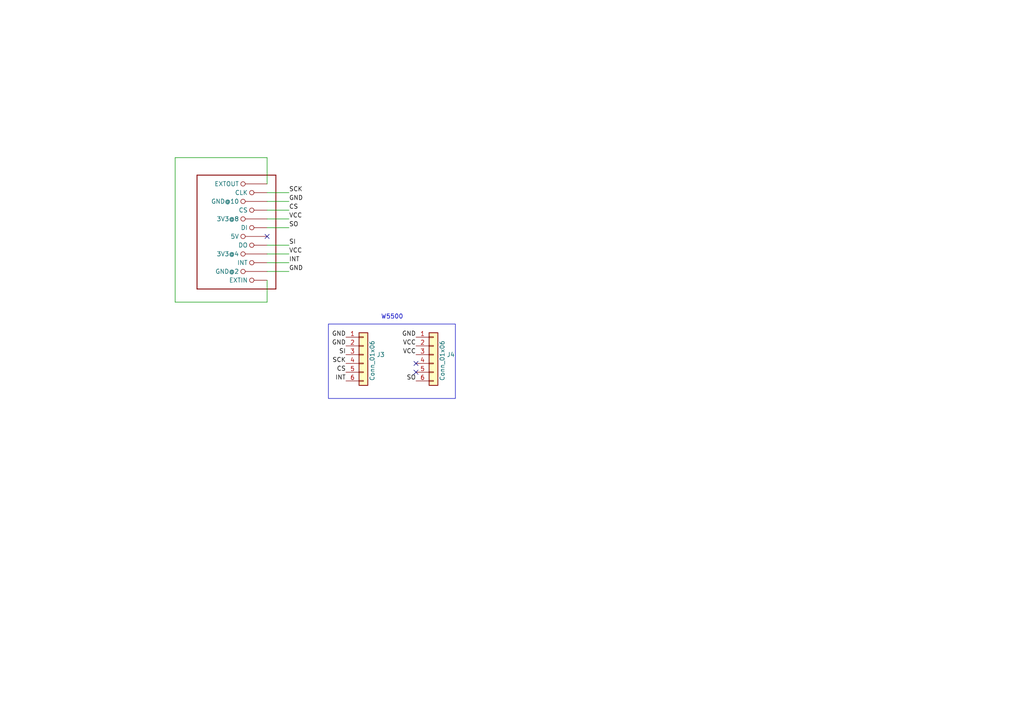
<source format=kicad_sch>
(kicad_sch (version 20230121) (generator eeschema)

  (uuid 4f7946c9-ed15-4264-b9fb-7070e1055cb7)

  (paper "A4")

  (lib_symbols
    (symbol "Connector_Generic:Conn_01x06" (pin_names (offset 1.016) hide) (in_bom yes) (on_board yes)
      (property "Reference" "J" (at 0 7.62 0)
        (effects (font (size 1.27 1.27)))
      )
      (property "Value" "Conn_01x06" (at 0 -10.16 0)
        (effects (font (size 1.27 1.27)))
      )
      (property "Footprint" "" (at 0 0 0)
        (effects (font (size 1.27 1.27)) hide)
      )
      (property "Datasheet" "~" (at 0 0 0)
        (effects (font (size 1.27 1.27)) hide)
      )
      (property "ki_keywords" "connector" (at 0 0 0)
        (effects (font (size 1.27 1.27)) hide)
      )
      (property "ki_description" "Generic connector, single row, 01x06, script generated (kicad-library-utils/schlib/autogen/connector/)" (at 0 0 0)
        (effects (font (size 1.27 1.27)) hide)
      )
      (property "ki_fp_filters" "Connector*:*_1x??_*" (at 0 0 0)
        (effects (font (size 1.27 1.27)) hide)
      )
      (symbol "Conn_01x06_1_1"
        (rectangle (start -1.27 -7.493) (end 0 -7.747)
          (stroke (width 0.1524) (type default))
          (fill (type none))
        )
        (rectangle (start -1.27 -4.953) (end 0 -5.207)
          (stroke (width 0.1524) (type default))
          (fill (type none))
        )
        (rectangle (start -1.27 -2.413) (end 0 -2.667)
          (stroke (width 0.1524) (type default))
          (fill (type none))
        )
        (rectangle (start -1.27 0.127) (end 0 -0.127)
          (stroke (width 0.1524) (type default))
          (fill (type none))
        )
        (rectangle (start -1.27 2.667) (end 0 2.413)
          (stroke (width 0.1524) (type default))
          (fill (type none))
        )
        (rectangle (start -1.27 5.207) (end 0 4.953)
          (stroke (width 0.1524) (type default))
          (fill (type none))
        )
        (rectangle (start -1.27 6.35) (end 1.27 -8.89)
          (stroke (width 0.254) (type default))
          (fill (type background))
        )
        (pin passive line (at -5.08 5.08 0) (length 3.81)
          (name "Pin_1" (effects (font (size 1.27 1.27))))
          (number "1" (effects (font (size 1.27 1.27))))
        )
        (pin passive line (at -5.08 2.54 0) (length 3.81)
          (name "Pin_2" (effects (font (size 1.27 1.27))))
          (number "2" (effects (font (size 1.27 1.27))))
        )
        (pin passive line (at -5.08 0 0) (length 3.81)
          (name "Pin_3" (effects (font (size 1.27 1.27))))
          (number "3" (effects (font (size 1.27 1.27))))
        )
        (pin passive line (at -5.08 -2.54 0) (length 3.81)
          (name "Pin_4" (effects (font (size 1.27 1.27))))
          (number "4" (effects (font (size 1.27 1.27))))
        )
        (pin passive line (at -5.08 -5.08 0) (length 3.81)
          (name "Pin_5" (effects (font (size 1.27 1.27))))
          (number "5" (effects (font (size 1.27 1.27))))
        )
        (pin passive line (at -5.08 -7.62 0) (length 3.81)
          (name "Pin_6" (effects (font (size 1.27 1.27))))
          (number "6" (effects (font (size 1.27 1.27))))
        )
      )
    )
    (symbol "gecko-eagle-import:GC_MEMCARD" (in_bom yes) (on_board yes)
      (property "Reference" "J" (at 0 0 0)
        (effects (font (size 1.27 1.27)) hide)
      )
      (property "Value" "" (at 0 0 0)
        (effects (font (size 1.27 1.27)) hide)
      )
      (property "Footprint" "gecko:GC_MEMCARD" (at 0 0 0)
        (effects (font (size 1.27 1.27)) hide)
      )
      (property "Datasheet" "" (at 0 0 0)
        (effects (font (size 1.27 1.27)) hide)
      )
      (property "ki_locked" "" (at 0 0 0)
        (effects (font (size 1.27 1.27)))
      )
      (symbol "GC_MEMCARD_1_0"
        (polyline
          (pts
            (xy -15.24 -10.16)
            (xy -15.24 12.7)
          )
          (stroke (width 0.254) (type solid))
          (fill (type none))
        )
        (polyline
          (pts
            (xy -15.24 12.7)
            (xy 17.78 12.7)
          )
          (stroke (width 0.254) (type solid))
          (fill (type none))
        )
        (polyline
          (pts
            (xy 17.78 -10.16)
            (xy -15.24 -10.16)
          )
          (stroke (width 0.254) (type solid))
          (fill (type none))
        )
        (polyline
          (pts
            (xy 17.78 12.7)
            (xy 17.78 -10.16)
          )
          (stroke (width 0.254) (type solid))
          (fill (type none))
        )
        (pin bidirectional inverted (at 15.24 10.16 270) (length 5.08)
          (name "EXTIN" (effects (font (size 1.27 1.27))))
          (number "1" (effects (font (size 0 0))))
        )
        (pin bidirectional inverted (at -7.62 10.16 270) (length 7.62)
          (name "GND@10" (effects (font (size 1.27 1.27))))
          (number "10" (effects (font (size 0 0))))
        )
        (pin bidirectional inverted (at -10.16 10.16 270) (length 5.08)
          (name "CLK" (effects (font (size 1.27 1.27))))
          (number "11" (effects (font (size 0 0))))
        )
        (pin bidirectional inverted (at -12.7 10.16 270) (length 7.62)
          (name "EXTOUT" (effects (font (size 1.27 1.27))))
          (number "12" (effects (font (size 0 0))))
        )
        (pin bidirectional inverted (at 12.7 10.16 270) (length 7.62)
          (name "GND@2" (effects (font (size 1.27 1.27))))
          (number "2" (effects (font (size 0 0))))
        )
        (pin bidirectional inverted (at 10.16 10.16 270) (length 5.08)
          (name "INT" (effects (font (size 1.27 1.27))))
          (number "3" (effects (font (size 0 0))))
        )
        (pin bidirectional inverted (at 7.62 10.16 270) (length 7.62)
          (name "3V3@4" (effects (font (size 1.27 1.27))))
          (number "4" (effects (font (size 0 0))))
        )
        (pin bidirectional inverted (at 5.08 10.16 270) (length 5.08)
          (name "DO" (effects (font (size 1.27 1.27))))
          (number "5" (effects (font (size 0 0))))
        )
        (pin bidirectional inverted (at 2.54 10.16 270) (length 7.62)
          (name "5V" (effects (font (size 1.27 1.27))))
          (number "6" (effects (font (size 0 0))))
        )
        (pin bidirectional inverted (at 0 10.16 270) (length 5.08)
          (name "DI" (effects (font (size 1.27 1.27))))
          (number "7" (effects (font (size 0 0))))
        )
        (pin bidirectional inverted (at -2.54 10.16 270) (length 7.62)
          (name "3V3@8" (effects (font (size 1.27 1.27))))
          (number "8" (effects (font (size 0 0))))
        )
        (pin bidirectional inverted (at -5.08 10.16 270) (length 5.08)
          (name "CS" (effects (font (size 1.27 1.27))))
          (number "9" (effects (font (size 0 0))))
        )
      )
    )
  )


  (no_connect (at 77.47 68.58) (uuid 1583fcaf-86c4-47fe-9c4d-626402cc98ef))
  (no_connect (at 120.65 105.41) (uuid 7abefb15-da13-4ed2-8ada-f337a0c3757e))
  (no_connect (at 120.65 107.95) (uuid efe1a36b-5504-4aa8-b1b1-39f5d809e3de))

  (wire (pts (xy 50.8 87.63) (xy 77.47 87.63))
    (stroke (width 0) (type default))
    (uuid 1391b959-b3e6-4ea0-abf5-bc2485ee9441)
  )
  (wire (pts (xy 83.82 78.74) (xy 77.47 78.74))
    (stroke (width 0) (type default))
    (uuid 1a9d3c63-8168-4018-b9e0-a7ef9af85f03)
  )
  (wire (pts (xy 83.82 71.12) (xy 77.47 71.12))
    (stroke (width 0) (type default))
    (uuid 26267cb8-a480-478b-be9d-970b8c1fa681)
  )
  (wire (pts (xy 83.82 73.66) (xy 77.47 73.66))
    (stroke (width 0) (type default))
    (uuid 583e3d4b-b5ce-4c87-bdd0-8bcaede0a573)
  )
  (wire (pts (xy 77.47 53.34) (xy 77.47 45.72))
    (stroke (width 0) (type default))
    (uuid 61e12905-e6c0-4711-8214-e85bf4d89650)
  )
  (wire (pts (xy 83.82 58.42) (xy 77.47 58.42))
    (stroke (width 0) (type default))
    (uuid 743e348f-08a1-4b85-8bf6-2a055434b864)
  )
  (wire (pts (xy 83.82 76.2) (xy 77.47 76.2))
    (stroke (width 0) (type default))
    (uuid 76600439-e574-4622-af81-029ffc6d17f6)
  )
  (wire (pts (xy 83.82 60.96) (xy 77.47 60.96))
    (stroke (width 0) (type default))
    (uuid 79ebee26-cefc-4a51-b6ac-438d747ca431)
  )
  (wire (pts (xy 77.47 87.63) (xy 77.47 81.28))
    (stroke (width 0) (type default))
    (uuid 80f1cb8a-36f5-4856-915d-af969484db96)
  )
  (wire (pts (xy 50.8 45.72) (xy 50.8 87.63))
    (stroke (width 0) (type default))
    (uuid b2064761-b9b6-45f1-9324-845f07b09cb1)
  )
  (wire (pts (xy 83.82 66.04) (xy 77.47 66.04))
    (stroke (width 0) (type default))
    (uuid d7de24e3-4423-43b2-a31e-e9946a61678c)
  )
  (wire (pts (xy 83.82 63.5) (xy 77.47 63.5))
    (stroke (width 0) (type default))
    (uuid dc60f012-cbbe-48ad-8044-520f8421c74d)
  )
  (wire (pts (xy 77.47 45.72) (xy 50.8 45.72))
    (stroke (width 0) (type default))
    (uuid e1cea433-c2f8-45c1-a2f2-3c3b5f9abb2c)
  )
  (wire (pts (xy 83.82 55.88) (xy 77.47 55.88))
    (stroke (width 0) (type default))
    (uuid fce1d133-a1cf-4016-8606-172a043fc005)
  )

  (rectangle (start 95.25 93.98) (end 132.08 115.57)
    (stroke (width 0) (type default))
    (fill (type none))
    (uuid c0343a15-52de-486e-9a68-66a134e6fe29)
  )

  (text "W5500" (at 110.49 92.71 0)
    (effects (font (size 1.27 1.27)) (justify left bottom))
    (uuid ea30cd2b-f3ec-43b7-8427-41215182be24)
  )

  (label "SCK" (at 83.82 55.88 0) (fields_autoplaced)
    (effects (font (size 1.27 1.27)) (justify left bottom))
    (uuid 09bc1561-8ed9-4334-affd-fd4f3f8aa8e8)
  )
  (label "GND" (at 100.33 97.79 180) (fields_autoplaced)
    (effects (font (size 1.27 1.27)) (justify right bottom))
    (uuid 0f1f8d6c-dc8d-4f74-9507-eb298bf63b2e)
  )
  (label "CS" (at 83.82 60.96 0) (fields_autoplaced)
    (effects (font (size 1.27 1.27)) (justify left bottom))
    (uuid 1dc34e4b-0a1c-4370-a98e-3cc0146c9f47)
  )
  (label "SI" (at 83.82 71.12 0) (fields_autoplaced)
    (effects (font (size 1.27 1.27)) (justify left bottom))
    (uuid 210658f6-5f5d-4676-802c-e7167ce8ac0d)
  )
  (label "SO" (at 83.82 66.04 0) (fields_autoplaced)
    (effects (font (size 1.27 1.27)) (justify left bottom))
    (uuid 387fd291-74bd-420d-8b60-584a3d2d8f36)
  )
  (label "GND" (at 100.33 100.33 180) (fields_autoplaced)
    (effects (font (size 1.27 1.27)) (justify right bottom))
    (uuid 3fe05dcb-bf4a-49b4-a550-a690e15dbbad)
  )
  (label "SO" (at 120.65 110.49 180) (fields_autoplaced)
    (effects (font (size 1.27 1.27)) (justify right bottom))
    (uuid 425a1447-5925-4285-baf8-363b7e0eecd3)
  )
  (label "INT" (at 100.33 110.49 180) (fields_autoplaced)
    (effects (font (size 1.27 1.27)) (justify right bottom))
    (uuid 4e1603f3-7081-429e-b1fd-2f449c1830d4)
  )
  (label "GND" (at 83.82 78.74 0) (fields_autoplaced)
    (effects (font (size 1.27 1.27)) (justify left bottom))
    (uuid 6d29ccbf-d981-45f3-acd1-f7a92d7c68fd)
  )
  (label "INT" (at 83.82 76.2 0) (fields_autoplaced)
    (effects (font (size 1.27 1.27)) (justify left bottom))
    (uuid 766ae1c2-c731-4e46-be8c-6e809433499e)
  )
  (label "GND" (at 83.82 58.42 0) (fields_autoplaced)
    (effects (font (size 1.27 1.27)) (justify left bottom))
    (uuid 7c45cec1-9415-4a60-9a42-997c2aba201b)
  )
  (label "VCC" (at 120.65 102.87 180) (fields_autoplaced)
    (effects (font (size 1.27 1.27)) (justify right bottom))
    (uuid 7de93e37-0574-4482-a406-1ec931bb7913)
  )
  (label "CS" (at 100.33 107.95 180) (fields_autoplaced)
    (effects (font (size 1.27 1.27)) (justify right bottom))
    (uuid 80041552-212b-4e33-aff5-36d16391c9e7)
  )
  (label "VCC" (at 120.65 100.33 180) (fields_autoplaced)
    (effects (font (size 1.27 1.27)) (justify right bottom))
    (uuid 8aa3d291-fd6c-4537-be06-957659937ffa)
  )
  (label "GND" (at 120.65 97.79 180) (fields_autoplaced)
    (effects (font (size 1.27 1.27)) (justify right bottom))
    (uuid 9b7a55ea-34eb-44d5-8cec-78b37aa1affa)
  )
  (label "SCK" (at 100.33 105.41 180) (fields_autoplaced)
    (effects (font (size 1.27 1.27)) (justify right bottom))
    (uuid a15944ba-66f3-4cbf-b740-ce748ffe85b6)
  )
  (label "VCC" (at 83.82 73.66 0) (fields_autoplaced)
    (effects (font (size 1.27 1.27)) (justify left bottom))
    (uuid c31f0633-8c76-4860-96b7-7a9b2690464e)
  )
  (label "SI" (at 100.33 102.87 180) (fields_autoplaced)
    (effects (font (size 1.27 1.27)) (justify right bottom))
    (uuid d11530f9-e11c-4941-90a9-4c7eb621ef84)
  )
  (label "VCC" (at 83.82 63.5 0) (fields_autoplaced)
    (effects (font (size 1.27 1.27)) (justify left bottom))
    (uuid dec4fdbe-c3ec-4a28-8e42-975648d6b0e2)
  )

  (symbol (lib_id "gecko-eagle-import:GC_MEMCARD") (at 67.31 66.04 270) (unit 1)
    (in_bom yes) (on_board yes) (dnp no) (fields_autoplaced)
    (uuid cc4a6a62-ce62-4ce6-b9fc-36a700dc355b)
    (property "Reference" "J1" (at 67.31 66.04 0)
      (effects (font (size 1.27 1.27)) hide)
    )
    (property "Value" "" (at 67.31 66.04 0)
      (effects (font (size 1.27 1.27)) hide)
    )
    (property "Footprint" "Library:GC_MEMCARD" (at 67.31 66.04 0)
      (effects (font (size 1.27 1.27)) hide)
    )
    (property "Datasheet" "" (at 67.31 66.04 0)
      (effects (font (size 1.27 1.27)) hide)
    )
    (pin "1" (uuid d6beb542-da63-4871-b6d4-208d1909b77a))
    (pin "10" (uuid 2d3feb18-b4af-4023-a12c-59c63506a590))
    (pin "11" (uuid 3d231d6a-0d80-406e-9ee1-ba426993b03b))
    (pin "12" (uuid 892f4f9a-0c47-426a-8006-1018b5d157f8))
    (pin "2" (uuid 29f324ce-8589-4f6a-a31a-9cd76d339a9e))
    (pin "3" (uuid 4caedd3c-5a8d-4f58-854e-57ef7ff8fc7d))
    (pin "4" (uuid 9ad42c26-8174-4639-bec8-2e20ae50d0f9))
    (pin "5" (uuid 8ab3506d-f477-46dc-8ee0-f8ea739faa1e))
    (pin "6" (uuid 87980c8b-17e4-4fe3-8f71-3d1179f43477))
    (pin "7" (uuid eb598601-2abf-4c90-9124-791d59efe8cb))
    (pin "8" (uuid 3df092f6-993e-4c6f-87ed-98bc7d14d90b))
    (pin "9" (uuid 48179702-46f9-4dfa-b5c1-3c97de330451))
    (instances
      (project "BBAMemCardPCB"
        (path "/4f7946c9-ed15-4264-b9fb-7070e1055cb7"
          (reference "J1") (unit 1)
        )
      )
    )
  )

  (symbol (lib_id "Connector_Generic:Conn_01x06") (at 125.73 102.87 0) (unit 1)
    (in_bom yes) (on_board yes) (dnp no)
    (uuid cf3b711d-ec5b-4afe-a00d-d1956a458930)
    (property "Reference" "J4" (at 129.54 102.87 0)
      (effects (font (size 1.27 1.27)) (justify left))
    )
    (property "Value" "Conn_01x06" (at 128.27 110.49 90)
      (effects (font (size 1.27 1.27)) (justify left))
    )
    (property "Footprint" "Connector_PinHeader_2.54mm:PinHeader_1x06_P2.54mm_Vertical" (at 125.73 102.87 0)
      (effects (font (size 1.27 1.27)) hide)
    )
    (property "Datasheet" "~" (at 125.73 102.87 0)
      (effects (font (size 1.27 1.27)) hide)
    )
    (pin "1" (uuid 48678dd9-7cf3-44a2-985c-c0c745012474))
    (pin "2" (uuid e5a930a4-3891-4b14-a28e-e5524dfe01f1))
    (pin "3" (uuid 025268ef-811b-4de4-a750-22d4abbe027a))
    (pin "4" (uuid 2af73335-7e48-4172-b25f-111d2915e26d))
    (pin "5" (uuid f943c19d-2ac2-483b-9c20-5f6bc84a8c14))
    (pin "6" (uuid 0c1505aa-5645-411e-95b3-04a05568addb))
    (instances
      (project "BBAMemCardPCB"
        (path "/4f7946c9-ed15-4264-b9fb-7070e1055cb7"
          (reference "J4") (unit 1)
        )
      )
    )
  )

  (symbol (lib_id "Connector_Generic:Conn_01x06") (at 105.41 102.87 0) (unit 1)
    (in_bom yes) (on_board yes) (dnp no)
    (uuid f9201b2f-0352-4f32-ab1d-1b91334e3de2)
    (property "Reference" "J3" (at 109.22 102.87 0)
      (effects (font (size 1.27 1.27)) (justify left))
    )
    (property "Value" "Conn_01x06" (at 107.95 110.49 90)
      (effects (font (size 1.27 1.27)) (justify left))
    )
    (property "Footprint" "Connector_PinHeader_2.54mm:PinHeader_1x06_P2.54mm_Vertical" (at 105.41 102.87 0)
      (effects (font (size 1.27 1.27)) hide)
    )
    (property "Datasheet" "~" (at 105.41 102.87 0)
      (effects (font (size 1.27 1.27)) hide)
    )
    (pin "1" (uuid 84bb4186-667c-43e1-958c-46add89e1918))
    (pin "2" (uuid 7f4f6ef5-6021-4357-bb93-f3e5f1359e4e))
    (pin "3" (uuid 085d2bb3-58ed-436e-8e4d-f9b97423d9bc))
    (pin "4" (uuid f6685d66-beb5-4da9-bfb6-ac9d0ea93f59))
    (pin "5" (uuid c8c8509a-023d-40c5-8330-5677e0813747))
    (pin "6" (uuid 13eec807-258e-466c-ad41-25834befc4da))
    (instances
      (project "BBAMemCardPCB"
        (path "/4f7946c9-ed15-4264-b9fb-7070e1055cb7"
          (reference "J3") (unit 1)
        )
      )
    )
  )

  (sheet_instances
    (path "/" (page "1"))
  )
)

</source>
